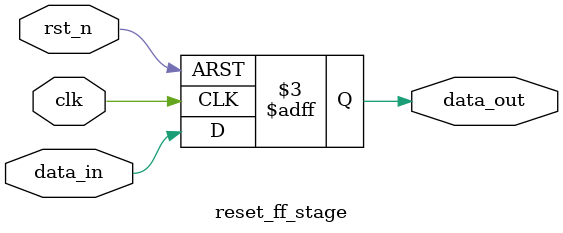
<source format=sv>

module reset_sync_init_val #(
  parameter INIT_VAL = 1'b0
)(
  input  wire clk,    // System clock
  input  wire rst_n,  // Asynchronous reset (active low)
  output wire rst_sync // Synchronized reset output
);

  wire flop_out;
  
  // First stage flip-flop for metastability management
  reset_ff_stage #(
    .INIT_VAL(INIT_VAL)
  ) first_stage (
    .clk       (clk),
    .rst_n     (rst_n),
    .data_in   (~INIT_VAL),
    .data_out  (flop_out)
  );
  
  // Output stage flip-flop for glitch-free reset
  reset_ff_stage #(
    .INIT_VAL(INIT_VAL)
  ) output_stage (
    .clk       (clk),
    .rst_n     (rst_n),
    .data_in   (flop_out),
    .data_out  (rst_sync)
  );

endmodule

//
// Single flip-flop stage with configurable reset value
//
module reset_ff_stage #(
  parameter INIT_VAL = 1'b0
)(
  input  wire clk,      // System clock
  input  wire rst_n,    // Asynchronous reset (active low)
  input  wire data_in,  // Input data
  output reg  data_out  // Output data
);

  always @(posedge clk or negedge rst_n) begin
    if (!rst_n)
      data_out <= INIT_VAL;
    else
      data_out <= data_in;
  end

endmodule
</source>
